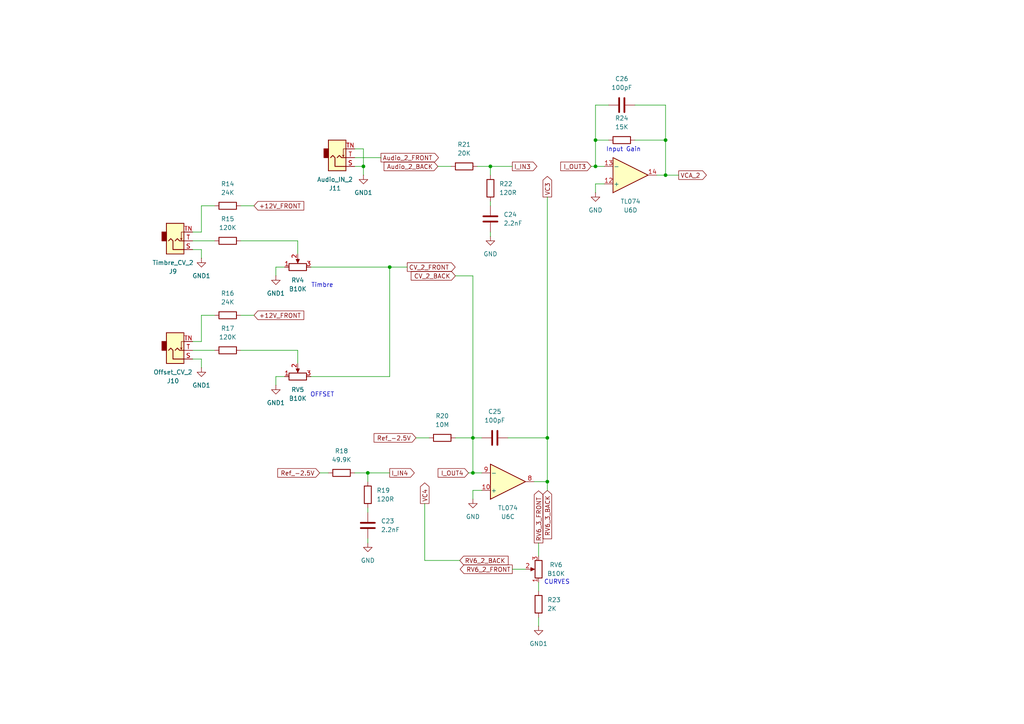
<source format=kicad_sch>
(kicad_sch (version 20231120) (generator "eeschema") (generator_version "8.0")
  (paper "A4")
  (title_block (title "Dual Timbre VCA Section") (date "2025-05-01") (rev "1.0") (company "StudioKAT"))
  (lib_symbols
    (symbol "Amplifier_Operational:TL074" (pin_names (offset 0.127))
      (property "Reference" "U" (at 0 5.08 0))
      (property "Value" "TL074" (at 0 -5.08 0))
      (symbol "TL074_1_1"
        (polyline (pts (xy -5.08 5.08) (xy 5.08 0) (xy -5.08 -5.08) (xy -5.08 5.08)) (stroke (width 0.254)) (fill (type background)))
        (pin output line (at 7.62 0 180) (length 2.54) (name "~") (number "1"))
        (pin input line (at -7.62 -2.54 0) (length 2.54) (name "-") (number "2"))
        (pin input line (at -7.62 2.54 0) (length 2.54) (name "+") (number "3"))
      )
      (symbol "TL074_2_1"
        (polyline (pts (xy -5.08 5.08) (xy 5.08 0) (xy -5.08 -5.08) (xy -5.08 5.08)) (stroke (width 0.254)) (fill (type background)))
        (pin input line (at -7.62 2.54 0) (length 2.54) (name "+") (number "5"))
        (pin input line (at -7.62 -2.54 0) (length 2.54) (name "-") (number "6"))
        (pin output line (at 7.62 0 180) (length 2.54) (name "~") (number "7"))
      )
      (symbol "TL074_3_1"
        (polyline (pts (xy -5.08 5.08) (xy 5.08 0) (xy -5.08 -5.08) (xy -5.08 5.08)) (stroke (width 0.254)) (fill (type background)))
        (pin input line (at -7.62 2.54 0) (length 2.54) (name "+") (number "10"))
        (pin output line (at 7.62 0 180) (length 2.54) (name "~") (number "8"))
        (pin input line (at -7.62 -2.54 0) (length 2.54) (name "-") (number "9"))
      )
      (symbol "TL074_4_1"
        (polyline (pts (xy -5.08 5.08) (xy 5.08 0) (xy -5.08 -5.08) (xy -5.08 5.08)) (stroke (width 0.254)) (fill (type background)))
        (pin input line (at -7.62 2.54 0) (length 2.54) (name "+") (number "12"))
        (pin input line (at -7.62 -2.54 0) (length 2.54) (name "-") (number "13"))
        (pin output line (at 7.62 0 180) (length 2.54) (name "~") (number "14"))
      )
      (symbol "TL074_5_1"
        (pin power_in line (at -2.54 -7.62 90) (length 3.81) (name "V-") (number "11"))
        (pin power_in line (at -2.54 7.62 270) (length 3.81) (name "V+") (number "4"))
      )
    )
    (symbol "Connector_Audio:AudioJack2_SwitchT"
      (property "Reference" "J" (at 0 8.89 0))
      (property "Value" "AudioJack2_SwitchT" (at 0 6.35 0))
      (symbol "AudioJack2_SwitchT_0_1"
        (rectangle (start -2.54 0) (end -3.81 -2.54) (stroke (width 0.254)) (fill (type outline)))
        (polyline (pts (xy 1.778 -0.254) (xy 2.032 -0.762)))
        (polyline (pts (xy 0 0) (xy 0.635 -0.635) (xy 1.27 0) (xy 2.54 0)) (stroke (width 0.254)))
        (polyline (pts (xy 2.54 -2.54) (xy 1.778 -2.54) (xy 1.778 -0.254) (xy 1.524 -0.762)))
        (polyline (pts (xy 2.54 2.54) (xy -0.635 2.54) (xy -0.635 0) (xy -1.27 -0.635) (xy -1.905 0)) (stroke (width 0.254)))
        (rectangle (start 2.54 3.81) (end -2.54 -5.08) (stroke (width 0.254)) (fill (type background)))
      )
      (symbol "AudioJack2_SwitchT_1_1"
        (pin passive line (at 5.08 2.54 180) (length 2.54) (name "~") (number "S"))
        (pin passive line (at 5.08 0 180) (length 2.54) (name "~") (number "T"))
        (pin passive line (at 5.08 -2.54 180) (length 2.54) (name "~") (number "TN"))
      )
    )
    (symbol "Device:C" (pin_numbers hide) (pin_names (offset 0.254))
      (property "Reference" "C" (at 0.635 2.54 0))
      (property "Value" "C" (at 0.635 -2.54 0))
      (symbol "C_0_1"
        (polyline (pts (xy -2.032 -0.762) (xy 2.032 -0.762)) (stroke (width 0.508)))
        (polyline (pts (xy -2.032 0.762) (xy 2.032 0.762)) (stroke (width 0.508)))
      )
      (symbol "C_1_1"
        (pin passive line (at 0 3.81 270) (length 2.794) (name "~") (number "1"))
        (pin passive line (at 0 -3.81 90) (length 2.794) (name "~") (number "2"))
      )
    )
    (symbol "Device:R" (pin_numbers hide) (pin_names (offset 0))
      (property "Reference" "R" (at 2.032 0 90))
      (property "Value" "R" (at 0 0 90))
      (symbol "R_0_1"
        (rectangle (start -1.016 -2.54) (end 1.016 2.54) (stroke (width 0.254)))
      )
      (symbol "R_1_1"
        (pin passive line (at 0 3.81 270) (length 1.27) (name "~") (number "1"))
        (pin passive line (at 0 -3.81 90) (length 1.27) (name "~") (number "2"))
      )
    )
    (symbol "Device:R_Potentiometer" (pin_names (offset 1.016) hide)
      (property "Reference" "RV" (at -4.445 0 90))
      (property "Value" "R_Potentiometer" (at -2.54 0 90))
      (symbol "R_Potentiometer_0_1"
        (polyline (pts (xy 2.54 0) (xy 1.524 0)))
        (polyline (pts (xy 1.143 0) (xy 2.286 0.508) (xy 2.286 -0.508) (xy 1.143 0)) (fill (type outline)))
        (rectangle (start 1.016 2.54) (end -1.016 -2.54) (stroke (width 0.254)))
      )
      (symbol "R_Potentiometer_1_1"
        (pin passive line (at 0 3.81 270) (length 1.27) (name "1") (number "1"))
        (pin passive line (at 3.81 0 180) (length 1.27) (name "2") (number "2"))
        (pin passive line (at 0 -3.81 90) (length 1.27) (name "3") (number "3"))
      )
    )
    (symbol "GND_1" (power) (pin_numbers hide) (pin_names (offset 0) hide)
      (property "Value" "GND" (at 0 -3.81 0))
      (symbol "GND_1_0_1"
        (polyline (pts (xy 0 0) (xy 0 -1.27) (xy 1.27 -1.27) (xy 0 -2.54) (xy -1.27 -1.27) (xy 0 -1.27)))
      )
      (symbol "GND_1_1_1"
        (pin power_in line (at 0 0 270) (length 0) (name "~") (number "1"))
      )
    )
    (symbol "power:GND" (power) (pin_numbers hide) (pin_names (offset 0) hide)
      (property "Value" "GND" (at 0 -3.81 0))
      (symbol "GND_0_1"
        (polyline (pts (xy 0 0) (xy 0 -1.27) (xy 1.27 -1.27) (xy 0 -2.54) (xy -1.27 -1.27) (xy 0 -1.27)))
      )
      (symbol "GND_1_1"
        (pin power_in line (at 0 0 270) (length 0) (name "~") (number "1"))
      )
    )
    (symbol "power:GND1" (power) (pin_numbers hide) (pin_names (offset 0) hide)
      (property "Value" "GND1" (at 0 -3.81 0))
      (symbol "GND1_0_1"
        (polyline (pts (xy 0 0) (xy 0 -1.27) (xy 1.27 -1.27) (xy 0 -2.54) (xy -1.27 -1.27) (xy 0 -1.27)))
      )
      (symbol "GND1_1_1"
        (pin power_in line (at 0 0 270) (length 0) (name "~") (number "1"))
      )
    )
  )
  (junction (at 113.03 77.47))
  (junction (at 172.72 48.26))
  (junction (at 158.75 127))
  (junction (at 172.72 40.64))
  (junction (at 137.16 137.16))
  (junction (at 193.04 50.8))
  (junction (at 105.41 48.26))
  (junction (at 106.68 137.16))
  (junction (at 193.04 40.64))
  (junction (at 142.24 48.26))
  (junction (at 137.16 127))
  (junction (at 158.75 139.7))
  (wire (pts (xy 172.72 40.64) (xy 172.72 48.26)))
  (wire (pts (xy 69.85 101.6) (xy 86.36 101.6)))
  (wire (pts (xy 58.42 59.69) (xy 58.42 67.31)))
  (wire (pts (xy 90.17 109.22) (xy 113.03 109.22)))
  (wire (pts (xy 158.75 127) (xy 158.75 139.7)))
  (wire (pts (xy 172.72 40.64) (xy 176.53 40.64)))
  (wire (pts (xy 106.68 147.32) (xy 106.68 148.59)))
  (wire (pts (xy 184.15 30.48) (xy 193.04 30.48)))
  (wire (pts (xy 184.15 40.64) (xy 193.04 40.64)))
  (wire (pts (xy 55.88 104.14) (xy 58.42 104.14)))
  (wire (pts (xy 175.26 53.34) (xy 172.72 53.34)))
  (wire (pts (xy 137.16 142.24) (xy 137.16 144.78)))
  (wire (pts (xy 58.42 99.06) (xy 55.88 99.06)))
  (wire (pts (xy 86.36 101.6) (xy 86.36 105.41)))
  (wire (pts (xy 137.16 127) (xy 137.16 137.16)))
  (wire (pts (xy 139.7 142.24) (xy 137.16 142.24)))
  (wire (pts (xy 58.42 91.44) (xy 58.42 99.06)))
  (wire (pts (xy 69.85 59.69) (xy 73.66 59.69)))
  (wire (pts (xy 113.03 77.47) (xy 118.11 77.47)))
  (wire (pts (xy 172.72 53.34) (xy 172.72 55.88)))
  (wire (pts (xy 102.87 137.16) (xy 106.68 137.16)))
  (wire (pts (xy 90.17 77.47) (xy 113.03 77.47)))
  (wire (pts (xy 137.16 80.01) (xy 137.16 127)))
  (wire (pts (xy 58.42 104.14) (xy 58.42 106.68)))
  (wire (pts (xy 106.68 137.16) (xy 106.68 139.7)))
  (wire (pts (xy 156.21 168.91) (xy 156.21 171.45)))
  (wire (pts (xy 172.72 30.48) (xy 172.72 40.64)))
  (wire (pts (xy 193.04 30.48) (xy 193.04 40.64)))
  (wire (pts (xy 58.42 67.31) (xy 55.88 67.31)))
  (wire (pts (xy 106.68 137.16) (xy 113.03 137.16)))
  (wire (pts (xy 135.89 137.16) (xy 137.16 137.16)))
  (wire (pts (xy 148.59 165.1) (xy 152.4 165.1)))
  (wire (pts (xy 193.04 40.64) (xy 193.04 50.8)))
  (wire (pts (xy 132.08 80.01) (xy 137.16 80.01)))
  (wire (pts (xy 172.72 48.26) (xy 175.26 48.26)))
  (wire (pts (xy 171.45 48.26) (xy 172.72 48.26)))
  (wire (pts (xy 120.65 127) (xy 124.46 127)))
  (wire (pts (xy 142.24 58.42) (xy 142.24 59.69)))
  (wire (pts (xy 69.85 69.85) (xy 86.36 69.85)))
  (wire (pts (xy 133.35 162.56) (xy 123.19 162.56)))
  (wire (pts (xy 139.7 127) (xy 137.16 127)))
  (wire (pts (xy 62.23 59.69) (xy 58.42 59.69)))
  (wire (pts (xy 106.68 156.21) (xy 106.68 157.48)))
  (wire (pts (xy 156.21 179.07) (xy 156.21 181.61)))
  (wire (pts (xy 147.32 127) (xy 158.75 127)))
  (wire (pts (xy 80.01 109.22) (xy 80.01 111.76)))
  (wire (pts (xy 55.88 69.85) (xy 62.23 69.85)))
  (wire (pts (xy 105.41 48.26) (xy 105.41 50.8)))
  (wire (pts (xy 193.04 50.8) (xy 190.5 50.8)))
  (wire (pts (xy 86.36 69.85) (xy 86.36 73.66)))
  (wire (pts (xy 142.24 48.26) (xy 148.59 48.26)))
  (wire (pts (xy 102.87 48.26) (xy 105.41 48.26)))
  (wire (pts (xy 137.16 137.16) (xy 139.7 137.16)))
  (wire (pts (xy 127 48.26) (xy 130.81 48.26)))
  (wire (pts (xy 92.71 137.16) (xy 95.25 137.16)))
  (wire (pts (xy 102.87 45.72) (xy 110.49 45.72)))
  (wire (pts (xy 82.55 77.47) (xy 80.01 77.47)))
  (wire (pts (xy 80.01 77.47) (xy 80.01 80.01)))
  (wire (pts (xy 58.42 72.39) (xy 58.42 74.93)))
  (wire (pts (xy 102.87 43.18) (xy 105.41 43.18)))
  (wire (pts (xy 158.75 139.7) (xy 158.75 142.24)))
  (wire (pts (xy 156.21 157.48) (xy 156.21 161.29)))
  (wire (pts (xy 113.03 77.47) (xy 113.03 109.22)))
  (wire (pts (xy 69.85 91.44) (xy 73.66 91.44)))
  (wire (pts (xy 193.04 50.8) (xy 196.85 50.8)))
  (wire (pts (xy 142.24 67.31) (xy 142.24 68.58)))
  (wire (pts (xy 138.43 48.26) (xy 142.24 48.26)))
  (wire (pts (xy 82.55 109.22) (xy 80.01 109.22)))
  (wire (pts (xy 176.53 30.48) (xy 172.72 30.48)))
  (wire (pts (xy 105.41 43.18) (xy 105.41 48.26)))
  (wire (pts (xy 62.23 91.44) (xy 58.42 91.44)))
  (wire (pts (xy 142.24 48.26) (xy 142.24 50.8)))
  (wire (pts (xy 158.75 139.7) (xy 154.94 139.7)))
  (wire (pts (xy 55.88 72.39) (xy 58.42 72.39)))
  (wire (pts (xy 123.19 146.05) (xy 123.19 162.56)))
  (wire (pts (xy 132.08 127) (xy 137.16 127)))
  (wire (pts (xy 158.75 57.15) (xy 158.75 127)))
  (wire (pts (xy 55.88 101.6) (xy 62.23 101.6)))
  (text "Timbre" (at 93.472 82.804 0) (effects (font (size 1.27 1.27))))
  (text "OFFSET" (at 93.472 114.554 0) (effects (font (size 1.27 1.27))))
  (text "CURVES" (at 161.544 168.91 0) (effects (font (size 1.27 1.27))))
  (text "Input Gain" (at 180.848 43.434 0) (effects (font (size 1.27 1.27))))
  (global_label "VC3" (shape output) (at 158.75 57.15 90) (property "Intersheetrefs" "${INTERSHEET_REFS}" (effects (hide yes))))
  (global_label "I_OUT3" (shape input) (at 171.45 48.26 180) (property "Intersheetrefs" "${INTERSHEET_REFS}" (effects (hide yes))))
  (global_label "CV_2_BACK" (shape input) (at 132.08 80.01 180) (property "Intersheetrefs" "${INTERSHEET_REFS}" (effects (hide yes))))
  (global_label "+12V_FRONT" (shape input) (at 73.66 91.44 0) (property "Intersheetrefs" "${INTERSHEET_REFS}" (effects (hide yes))))
  (global_label "Ref_-2.5V" (shape input) (at 120.65 127 180) (property "Intersheetrefs" "${INTERSHEET_REFS}" (effects (hide yes))))
  (global_label "CV_2_FRONT" (shape output) (at 118.11 77.47 0) (property "Intersheetrefs" "${INTERSHEET_REFS}" (effects (hide yes))))
  (global_label "I_IN4" (shape output) (at 113.03 137.16 0) (property "Intersheetrefs" "${INTERSHEET_REFS}" (effects (hide yes))))
  (global_label "VC4" (shape output) (at 123.19 146.05 90) (property "Intersheetrefs" "${INTERSHEET_REFS}" (effects (hide yes))))
  (global_label "RV6_3_BACK" (shape input) (at 158.75 142.24 270) (property "Intersheetrefs" "${INTERSHEET_REFS}" (effects (hide yes))))
  (global_label "RV6_3_FRONT" (shape output) (at 156.21 157.48 90) (property "Intersheetrefs" "${INTERSHEET_REFS}" (effects (hide yes))))
  (global_label "Audio_2_BACK" (shape input) (at 127 48.26 180) (property "Intersheetrefs" "${INTERSHEET_REFS}" (effects (hide yes))))
  (global_label "Ref_-2.5V" (shape input) (at 92.71 137.16 180) (property "Intersheetrefs" "${INTERSHEET_REFS}" (effects (hide yes))))
  (global_label "+12V_FRONT" (shape input) (at 73.66 59.69 0) (property "Intersheetrefs" "${INTERSHEET_REFS}" (effects (hide yes))))
  (global_label "I_IN3" (shape output) (at 148.59 48.26 0) (property "Intersheetrefs" "${INTERSHEET_REFS}" (effects (hide yes))))
  (global_label "RV6_2_FRONT" (shape output) (at 148.59 165.1 180) (property "Intersheetrefs" "${INTERSHEET_REFS}" (effects (hide yes))))
  (global_label "Audio_2_FRONT" (shape output) (at 110.49 45.72 0) (property "Intersheetrefs" "${INTERSHEET_REFS}" (effects (hide yes))))
  (global_label "VCA_2" (shape output) (at 196.85 50.8 0) (property "Intersheetrefs" "${INTERSHEET_REFS}" (effects (hide yes))))
  (global_label "I_OUT4" (shape input) (at 135.89 137.16 180) (property "Intersheetrefs" "${INTERSHEET_REFS}" (effects (hide yes))))
  (global_label "RV6_2_BACK" (shape input) (at 133.35 162.56 0) (property "Intersheetrefs" "${INTERSHEET_REFS}" (effects (hide yes))))
  (symbol (lib_id "Device:R_Potentiometer") (at 86.36 77.47 90) (unit 1)
    (property "Reference" "RV4" (at 86.36 81.28 90))
    (property "Value" "B10K" (at 86.36 83.82 90))
    (property "Footprint" "kat_eurorack:Potentiometer_RV09" (effects (hide yes)))
    (property "Description" "Potentiometer" (effects (hide yes)))
  )
  (symbol (lib_id "power:GND1") (at 105.41 50.8 0) (unit 1)
    (property "Reference" "#PWR036" (effects (hide yes)))
    (property "Value" "GND1" (at 105.41 55.88 0))
    (property "Description" "Power symbol creates a global label with name \"GND1\" , ground" (effects (hide yes)))
  )
  (symbol (lib_id "Device:R") (at 134.62 48.26 90) (unit 1)
    (property "Reference" "R21" (at 134.62 41.91 90))
    (property "Value" "20K" (at 134.62 44.45 90))
    (property "Footprint" "Resistor_SMD:R_0402_1005Metric" (effects (hide yes)))
    (property "Description" "Resistor" (effects (hide yes)))
    (property "LCSC" "C25765" (effects (hide yes)))
  )
  (symbol (lib_id "Device:C") (at 143.51 127 90) (unit 1)
    (property "Reference" "C25" (at 143.51 119.38 90))
    (property "Value" "100pF" (at 143.51 121.92 90))
    (property "Footprint" "Capacitor_SMD:C_0402_1005Metric" (effects (hide yes)))
    (property "Description" "Unpolarized capacitor" (effects (hide yes)))
    (property "LCSC" "C1546" (effects (hide yes)))
  )
  (symbol (lib_id "Device:R") (at 142.24 54.61 0) (unit 1)
    (property "Reference" "R22" (at 144.78 53.3399 0) (effects (justify left)))
    (property "Value" "120R" (at 144.78 55.8799 0) (effects (justify left)))
    (property "Footprint" "Resistor_SMD:R_0402_1005Metric" (effects (hide yes)))
    (property "Description" "Resistor" (effects (hide yes)))
    (property "LCSC" "C25079" (effects (hide yes)))
  )
  (symbol (lib_id "power:GND1") (at 58.42 74.93 0) (unit 1)
    (property "Reference" "#PWR032" (effects (hide yes)))
    (property "Value" "GND1" (at 58.42 80.01 0))
    (property "Description" "Power symbol creates a global label with name \"GND1\" , ground" (effects (hide yes)))
  )
  (symbol (lib_id "power:GND") (at 106.68 157.48 0) (mirror y) (unit 1)
    (property "Reference" "#PWR037" (effects (hide yes)))
    (property "Value" "GND" (at 106.68 162.56 0))
    (property "Description" "Power symbol creates a global label with name \"GND\" , ground" (effects (hide yes)))
  )
  (symbol (lib_id "Device:R") (at 66.04 91.44 90) (unit 1)
    (property "Reference" "R16" (at 66.04 85.09 90))
    (property "Value" "24K" (at 66.04 87.63 90))
    (property "Footprint" "Resistor_SMD:R_0603_1608Metric_Pad0.98x0.95mm_HandSolder" (effects (hide yes)))
    (property "Description" "Resistor" (effects (hide yes)))
    (property "LCSC" "C23352" (effects (hide yes)))
  )
  (symbol (lib_id "Device:R") (at 66.04 69.85 90) (unit 1)
    (property "Reference" "R15" (at 66.04 63.5 90))
    (property "Value" "120K" (at 66.04 66.04 90))
    (property "Footprint" "Resistor_SMD:R_0603_1608Metric_Pad0.98x0.95mm_HandSolder" (effects (hide yes)))
    (property "Description" "Resistor" (effects (hide yes)))
    (property "LCSC" "C25808" (effects (hide yes)))
  )
  (symbol (lib_id "Device:C") (at 106.68 152.4 0) (unit 1)
    (property "Reference" "C23" (at 110.49 151.1299 0) (effects (justify left)))
    (property "Value" "2.2nF" (at 110.49 153.6699 0) (effects (justify left)))
    (property "Footprint" "Resistor_SMD:R_0805_2012Metric" (effects (hide yes)))
    (property "Description" "Unpolarized capacitor" (effects (hide yes)))
    (property "LCSC" "C28260" (effects (hide yes)))
  )
  (symbol (lib_id "Amplifier_Operational:TL074") (at 147.32 139.7 0) (mirror x) (unit 3)
    (property "Reference" "U6" (at 147.32 149.86 0))
    (property "Value" "TL074" (at 147.32 147.32 0))
    (property "Footprint" "Package_SO:SOIC-14_3.9x8.7mm_P1.27mm" (effects (hide yes)))
    (property "Datasheet" "http://www.ti.com/lit/ds/symlink/tl071.pdf" (effects (hide yes)))
    (property "Description" "Quad Low-Noise JFET-Input Operational Amplifiers, DIP-14/SOIC-14" (effects (hide yes)))
    (property "LCSC" "C6963" (effects (hide yes)))
  )
  (symbol (lib_id "Connector_Audio:AudioJack2_SwitchT") (at 50.8 101.6 0) (mirror x) (unit 1)
    (property "Reference" "J10" (at 50.165 110.49 0))
    (property "Value" "Offset_CV_2" (at 50.165 107.95 0))
    (property "Footprint" "kat_eurorack:AudioJack_PJ301M-12" (effects (hide yes)))
    (property "Description" "Audio Jack, 2 Poles (Mono / TS), Switched T Pole (Normalling)" (effects (hide yes)))
  )
  (symbol (lib_id "Device:R") (at 156.21 175.26 0) (unit 1)
    (property "Reference" "R23" (at 158.75 173.9899 0) (effects (justify left)))
    (property "Value" "2K" (at 158.75 176.5299 0) (effects (justify left)))
    (property "Footprint" "Resistor_SMD:R_0603_1608Metric_Pad0.98x0.95mm_HandSolder" (effects (hide yes)))
    (property "Description" "Resistor" (effects (hide yes)))
    (property "LCSC" "C22975" (effects (hide yes)))
  )
  (symbol (lib_id "power:GND") (at 142.24 68.58 0) (mirror y) (unit 1)
    (property "Reference" "#PWR039" (effects (hide yes)))
    (property "Value" "GND" (at 142.24 73.66 0))
    (property "Description" "Power symbol creates a global label with name \"GND\" , ground" (effects (hide yes)))
  )
  (symbol (lib_id "Device:R") (at 66.04 101.6 90) (unit 1)
    (property "Reference" "R17" (at 66.04 95.25 90))
    (property "Value" "120K" (at 66.04 97.79 90))
    (property "Footprint" "Resistor_SMD:R_0603_1608Metric_Pad0.98x0.95mm_HandSolder" (effects (hide yes)))
    (property "Description" "Resistor" (effects (hide yes)))
    (property "LCSC" "C25808" (effects (hide yes)))
  )
  (symbol (lib_id "Device:R") (at 99.06 137.16 90) (unit 1)
    (property "Reference" "R18" (at 99.06 130.81 90))
    (property "Value" "49.9K" (at 99.06 133.35 90))
    (property "Footprint" "Resistor_SMD:R_0603_1608Metric_Pad0.98x0.95mm_HandSolder" (effects (hide yes)))
    (property "Description" "Resistor" (effects (hide yes)))
    (property "LCSC" "C23184" (effects (hide yes)))
  )
  (symbol (lib_name "GND_1") (lib_id "power:GND") (at 137.16 144.78 0) (unit 1)
    (property "Reference" "#PWR038" (effects (hide yes)))
    (property "Value" "GND" (at 137.16 149.86 0))
    (property "Description" "Power symbol creates a global label with name \"GND\" , ground" (effects (hide yes)))
  )
  (symbol (lib_id "power:GND1") (at 58.42 106.68 0) (unit 1)
    (property "Reference" "#PWR033" (effects (hide yes)))
    (property "Value" "GND1" (at 58.42 111.76 0))
    (property "Description" "Power symbol creates a global label with name \"GND1\" , ground" (effects (hide yes)))
  )
  (symbol (lib_id "Device:R_Potentiometer") (at 86.36 109.22 90) (unit 1)
    (property "Reference" "RV5" (at 86.36 113.03 90))
    (property "Value" "B10K" (at 86.36 115.57 90))
    (property "Footprint" "kat_eurorack:Potentiometer_RV09" (effects (hide yes)))
    (property "Description" "Potentiometer" (effects (hide yes)))
  )
  (symbol (lib_id "Device:R") (at 128.27 127 90) (unit 1)
    (property "Reference" "R20" (at 128.27 120.65 90))
    (property "Value" "10M" (at 128.27 123.19 90))
    (property "Footprint" "Resistor_SMD:R_0402_1005Metric" (effects (hide yes)))
    (property "Description" "Resistor" (effects (hide yes)))
    (property "LCSC" "C26082" (effects (hide yes)))
  )
  (symbol (lib_id "power:GND1") (at 80.01 111.76 0) (unit 1)
    (property "Reference" "#PWR035" (effects (hide yes)))
    (property "Value" "GND1" (at 80.01 116.84 0))
    (property "Description" "Power symbol creates a global label with name \"GND1\" , ground" (effects (hide yes)))
  )
  (symbol (lib_id "power:GND1") (at 80.01 80.01 0) (unit 1)
    (property "Reference" "#PWR034" (effects (hide yes)))
    (property "Value" "GND1" (at 80.01 85.09 0))
    (property "Description" "Power symbol creates a global label with name \"GND1\" , ground" (effects (hide yes)))
  )
  (symbol (lib_id "Device:R_Potentiometer") (at 156.21 165.1 180) (unit 1)
    (property "Reference" "RV6" (at 161.29 163.83 0))
    (property "Value" "B10K" (at 161.29 166.37 0))
    (property "Footprint" "kat_eurorack:Potentiometer_RV09" (effects (hide yes)))
    (property "Description" "Potentiometer" (effects (hide yes)))
  )
  (symbol (lib_id "Device:C") (at 180.34 30.48 90) (unit 1)
    (property "Reference" "C26" (at 180.34 22.86 90))
    (property "Value" "100pF" (at 180.34 25.4 90))
    (property "Footprint" "Capacitor_SMD:C_0402_1005Metric" (effects (hide yes)))
    (property "Description" "Unpolarized capacitor" (effects (hide yes)))
    (property "LCSC" "C1546" (effects (hide yes)))
  )
  (symbol (lib_name "GND_1") (lib_id "power:GND") (at 172.72 55.88 0) (unit 1)
    (property "Reference" "#PWR041" (effects (hide yes)))
    (property "Value" "GND" (at 172.72 60.96 0))
    (property "Description" "Power symbol creates a global label with name \"GND\" , ground" (effects (hide yes)))
  )
  (symbol (lib_id "Connector_Audio:AudioJack2_SwitchT") (at 97.79 45.72 0) (mirror x) (unit 1)
    (property "Reference" "J11" (at 97.155 54.61 0))
    (property "Value" "Audio_IN_2" (at 97.155 52.07 0))
    (property "Footprint" "kat_eurorack:AudioJack_PJ301M-12" (effects (hide yes)))
    (property "Description" "Audio Jack, 2 Poles (Mono / TS), Switched T Pole (Normalling)" (effects (hide yes)))
  )
  (symbol (lib_id "Amplifier_Operational:TL074") (at 182.88 50.8 0) (mirror x) (unit 4)
    (property "Reference" "U6" (at 182.88 60.96 0))
    (property "Value" "TL074" (at 182.88 58.42 0))
    (property "Footprint" "Package_SO:SOIC-14_3.9x8.7mm_P1.27mm" (effects (hide yes)))
    (property "Datasheet" "http://www.ti.com/lit/ds/symlink/tl071.pdf" (effects (hide yes)))
    (property "Description" "Quad Low-Noise JFET-Input Operational Amplifiers, DIP-14/SOIC-14" (effects (hide yes)))
    (property "LCSC" "C6963" (effects (hide yes)))
  )
  (symbol (lib_id "Device:R") (at 106.68 143.51 0) (unit 1)
    (property "Reference" "R19" (at 109.22 142.2399 0) (effects (justify left)))
    (property "Value" "120R" (at 109.22 144.7799 0) (effects (justify left)))
    (property "Footprint" "Resistor_SMD:R_0402_1005Metric" (effects (hide yes)))
    (property "Description" "Resistor" (effects (hide yes)))
    (property "LCSC" "C25079" (effects (hide yes)))
  )
  (symbol (lib_id "power:GND1") (at 156.21 181.61 0) (unit 1)
    (property "Reference" "#PWR040" (effects (hide yes)))
    (property "Value" "GND1" (at 156.21 186.69 0))
    (property "Description" "Power symbol creates a global label with name \"GND1\" , ground" (effects (hide yes)))
  )
  (symbol (lib_id "Device:R") (at 180.34 40.64 90) (unit 1)
    (property "Reference" "R24" (at 180.34 34.29 90))
    (property "Value" "15K" (at 180.34 36.83 90))
    (property "Footprint" "Resistor_SMD:R_0603_1608Metric_Pad0.98x0.95mm_HandSolder" (effects (hide yes)))
    (property "Description" "Resistor" (effects (hide yes)))
    (property "LCSC" "C22809" (effects (hide yes)))
  )
  (symbol (lib_id "Device:R") (at 66.04 59.69 90) (unit 1)
    (property "Reference" "R14" (at 66.04 53.34 90))
    (property "Value" "24K" (at 66.04 55.88 90))
    (property "Footprint" "Resistor_SMD:R_0603_1608Metric_Pad0.98x0.95mm_HandSolder" (effects (hide yes)))
    (property "Description" "Resistor" (effects (hide yes)))
    (property "LCSC" "C23352" (effects (hide yes)))
  )
  (symbol (lib_id "Device:C") (at 142.24 63.5 0) (unit 1)
    (property "Reference" "C24" (at 146.05 62.2299 0) (effects (justify left)))
    (property "Value" "2.2nF" (at 146.05 64.7699 0) (effects (justify left)))
    (property "Footprint" "Resistor_SMD:R_0805_2012Metric" (effects (hide yes)))
    (property "Description" "Unpolarized capacitor" (effects (hide yes)))
    (property "LCSC" "C28260" (effects (hide yes)))
  )
  (symbol (lib_id "Connector_Audio:AudioJack2_SwitchT") (at 50.8 69.85 0) (mirror x) (unit 1)
    (property "Reference" "J9" (at 50.165 78.74 0))
    (property "Value" "Timbre_CV_2" (at 50.165 76.2 0))
    (property "Footprint" "kat_eurorack:AudioJack_PJ301M-12" (effects (hide yes)))
    (property "Description" "Audio Jack, 2 Poles (Mono / TS), Switched T Pole (Normalling)" (effects (hide yes)))
  )
)
</source>
